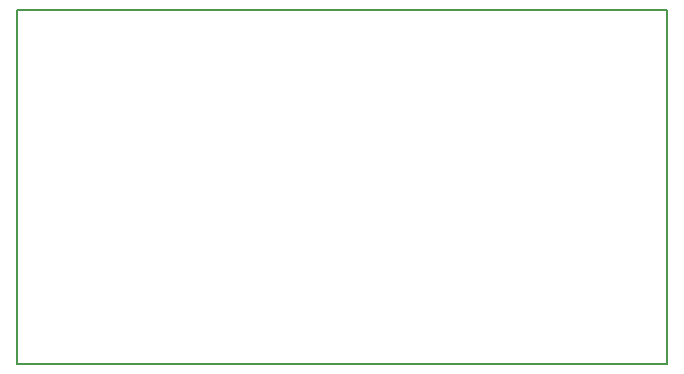
<source format=gko>
G04 DipTrace 3.3.1.3*
G04 cmsis_dap.gko*
%MOIN*%
G04 #@! TF.FileFunction,Profile*
G04 #@! TF.Part,Single*
%ADD11C,0.005512*%
%FSLAX26Y26*%
G04*
G70*
G90*
G75*
G01*
G04 BoardOutline*
%LPD*%
X393700Y393700D2*
D11*
X2559054D1*
Y1574802D1*
X393700D1*
Y393700D1*
M02*

</source>
